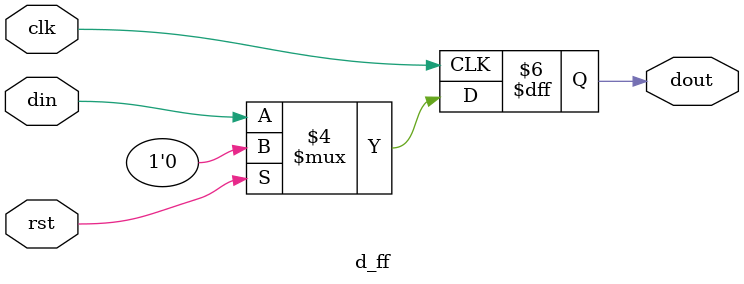
<source format=v>
module d_ff(clk,rst,din,dout);
input clk,rst;
input din;
output reg dout;
always @(posedge clk)begin
	if(rst==1)begin
		dout<=0;
	end
	else begin
		dout<=din;
	end
end
endmodule

</source>
